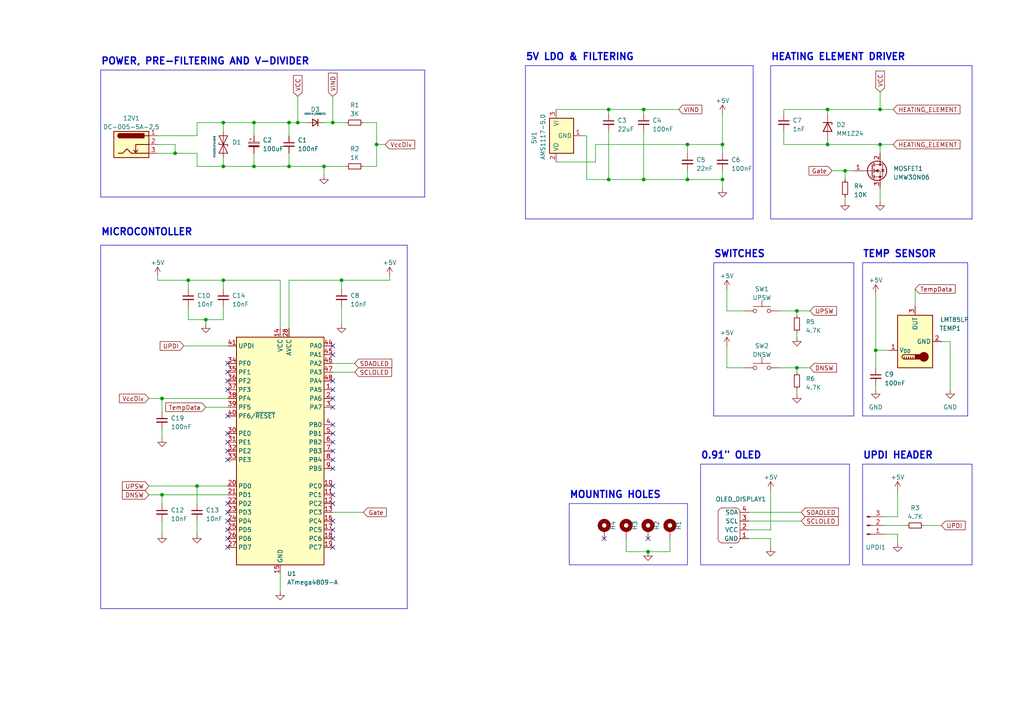
<source format=kicad_sch>
(kicad_sch (version 20230121) (generator eeschema)
  (paper "A4")
  (lib_symbols
    (symbol "Connector:0.91_OLED_DISPLAY"
      (property "Reference" "U" (at 0 0 0))
      (symbol "0.91_OLED_DISPLAY_0_1"
        (arc (start -3.81 -10.16) (mid -3.438 -11.058) (end -2.54 -11.43))
        (arc (start -2.54 -1.27) (mid -3.438 -1.642) (end -3.81 -2.54))
        (polyline (pts (xy -3.81 -2.54) (xy -3.81 -10.16)))
        (polyline (pts (xy -2.54 -11.43) (xy 1.27 -11.43)))
        (polyline (pts (xy -2.54 -1.27) (xy 1.27 -1.27)))
        (polyline (pts (xy 2.54 -2.54) (xy 2.54 -10.16)))
        (arc (start 1.27 -11.43) (mid 2.168 -11.058) (end 2.54 -10.16))
        (arc (start 2.54 -2.54) (mid 2.168 -1.642) (end 1.27 -1.27))
      )
      (symbol "0.91_OLED_DISPLAY_1_1"
        (pin input line (at 5.08 -2.54 180) (length 2.54) (name "GND") (number "1"))
        (pin input line (at 5.08 -5.08 180) (length 2.54) (name "VCC") (number "2"))
        (pin input line (at 5.08 -7.62 180) (length 2.54) (name "SCL") (number "3"))
        (pin input line (at 5.08 -10.16 180) (length 2.54) (name "SDA") (number "4"))
      )
    )
    (symbol "Connector:Barrel_Jack_Switch_Pin3Ring" (pin_names hide)
      (property "Reference" "J" (at 0 5.334 0))
      (property "Value" "Barrel_Jack_Switch_Pin3Ring" (at 0 -5.08 0))
      (symbol "Barrel_Jack_Switch_Pin3Ring_0_1"
        (rectangle (start -5.08 3.81) (end 5.08 -3.81) (stroke (width 0.254)) (fill (type background)))
        (arc (start -3.302 3.175) (mid -3.9343 2.54) (end -3.302 1.905) (stroke (width 0.254)))
        (arc (start -3.302 3.175) (mid -3.9343 2.54) (end -3.302 1.905) (stroke (width 0.254)) (fill (type outline)))
        (polyline (pts (xy 1.27 -2.286) (xy 1.905 -1.651)) (stroke (width 0.254)))
        (polyline (pts (xy 5.08 2.54) (xy 3.81 2.54)) (stroke (width 0.254)))
        (polyline (pts (xy 5.08 0) (xy 1.27 0) (xy 1.27 -2.286) (xy 0.635 -1.651)) (stroke (width 0.254)))
        (polyline (pts (xy -3.81 -2.54) (xy -2.54 -2.54) (xy -1.27 -1.27) (xy 0 -2.54) (xy 2.54 -2.54) (xy 5.08 -2.54)) (stroke (width 0.254)))
        (rectangle (start 3.683 3.175) (end -3.302 1.905) (stroke (width 0.254)) (fill (type outline)))
      )
      (symbol "Barrel_Jack_Switch_Pin3Ring_1_1"
        (pin passive line (at 7.62 2.54 180) (length 2.54) (name "~") (number "1"))
        (pin passive line (at 7.62 0 180) (length 2.54) (name "~") (number "2"))
        (pin passive line (at 7.62 -2.54 180) (length 2.54) (name "~") (number "3"))
      )
    )
    (symbol "Connector:Conn_01x03_Pin" (pin_names (offset 1.016) hide)
      (property "Reference" "J" (at 0 5.08 0))
      (property "Value" "Conn_01x03_Pin" (at 0 -5.08 0))
      (symbol "Conn_01x03_Pin_1_1"
        (polyline (pts (xy 1.27 -2.54) (xy 0.8636 -2.54)) (stroke (width 0.1524)))
        (polyline (pts (xy 1.27 0) (xy 0.8636 0)) (stroke (width 0.1524)))
        (polyline (pts (xy 1.27 2.54) (xy 0.8636 2.54)) (stroke (width 0.1524)))
        (rectangle (start 0.8636 -2.413) (end 0 -2.667) (stroke (width 0.1524)) (fill (type outline)))
        (rectangle (start 0.8636 0.127) (end 0 -0.127) (stroke (width 0.1524)) (fill (type outline)))
        (rectangle (start 0.8636 2.667) (end 0 2.413) (stroke (width 0.1524)) (fill (type outline)))
        (pin passive line (at 5.08 2.54 180) (length 3.81) (name "Pin_1") (number "1"))
        (pin passive line (at 5.08 0 180) (length 3.81) (name "Pin_2") (number "2"))
        (pin passive line (at 5.08 -2.54 180) (length 3.81) (name "Pin_3") (number "3"))
      )
    )
    (symbol "Device:C_Polarized_Small" (pin_numbers hide) (pin_names (offset 0.254) hide)
      (property "Reference" "C" (at 0.254 1.778 0))
      (property "Value" "C_Polarized_Small" (at 0.254 -2.032 0))
      (symbol "C_Polarized_Small_0_1"
        (rectangle (start -1.524 -0.3048) (end 1.524 -0.6858) (fill (type outline)))
        (rectangle (start -1.524 0.6858) (end 1.524 0.3048))
        (polyline (pts (xy -1.27 1.524) (xy -0.762 1.524)))
        (polyline (pts (xy -1.016 1.27) (xy -1.016 1.778)))
      )
      (symbol "C_Polarized_Small_1_1"
        (pin passive line (at 0 2.54 270) (length 1.8542) (name "~") (number "1"))
        (pin passive line (at 0 -2.54 90) (length 1.8542) (name "~") (number "2"))
      )
    )
    (symbol "Device:C_Small" (pin_numbers hide) (pin_names (offset 0.254) hide)
      (property "Reference" "C" (at 0.254 1.778 0))
      (property "Value" "C_Small" (at 0.254 -2.032 0))
      (symbol "C_Small_0_1"
        (polyline (pts (xy -1.524 -0.508) (xy 1.524 -0.508)) (stroke (width 0.3302)))
        (polyline (pts (xy -1.524 0.508) (xy 1.524 0.508)) (stroke (width 0.3048)))
      )
      (symbol "C_Small_1_1"
        (pin passive line (at 0 2.54 270) (length 2.032) (name "~") (number "1"))
        (pin passive line (at 0 -2.54 90) (length 2.032) (name "~") (number "2"))
      )
    )
    (symbol "Device:D_Small" (pin_numbers hide) (pin_names (offset 0.254) hide)
      (property "Reference" "D" (at -1.27 2.032 0))
      (property "Value" "D_Small" (at -3.81 -2.032 0))
      (symbol "D_Small_0_1"
        (polyline (pts (xy -0.762 -1.016) (xy -0.762 1.016)) (stroke (width 0.254)))
        (polyline (pts (xy -0.762 0) (xy 0.762 0)))
        (polyline (pts (xy 0.762 -1.016) (xy -0.762 0) (xy 0.762 1.016) (xy 0.762 -1.016)) (stroke (width 0.254)))
      )
      (symbol "D_Small_1_1"
        (pin passive line (at -2.54 0 0) (length 1.778) (name "K") (number "1"))
        (pin passive line (at 2.54 0 180) (length 1.778) (name "A") (number "2"))
      )
    )
    (symbol "Device:D_Zener" (pin_numbers hide) (pin_names (offset 1.016) hide)
      (property "Reference" "D" (at 0 2.54 0))
      (property "Value" "D_Zener" (at 0 -2.54 0))
      (symbol "D_Zener_0_1"
        (polyline (pts (xy 1.27 0) (xy -1.27 0)))
        (polyline (pts (xy -1.27 -1.27) (xy -1.27 1.27) (xy -0.762 1.27)) (stroke (width 0.254)))
        (polyline (pts (xy 1.27 -1.27) (xy 1.27 1.27) (xy -1.27 0) (xy 1.27 -1.27)) (stroke (width 0.254)))
      )
      (symbol "D_Zener_1_1"
        (pin passive line (at -3.81 0 0) (length 2.54) (name "K") (number "1"))
        (pin passive line (at 3.81 0 180) (length 2.54) (name "A") (number "2"))
      )
    )
    (symbol "Device:R_Small" (pin_numbers hide) (pin_names (offset 0.254) hide)
      (property "Reference" "R" (at 0.762 0.508 0))
      (property "Value" "R_Small" (at 0.762 -1.016 0))
      (symbol "R_Small_0_1"
        (rectangle (start -0.762 1.778) (end 0.762 -1.778) (stroke (width 0.2032)))
      )
      (symbol "R_Small_1_1"
        (pin passive line (at 0 2.54 270) (length 0.762) (name "~") (number "1"))
        (pin passive line (at 0 -2.54 90) (length 0.762) (name "~") (number "2"))
      )
    )
    (symbol "Diode:ESD9B3.3ST5G" (pin_numbers hide) (pin_names (offset 1.016) hide)
      (property "Reference" "D" (at 0 2.54 0))
      (property "Value" "ESD9B3.3ST5G" (at 0 -2.54 0))
      (symbol "ESD9B3.3ST5G_0_1"
        (polyline (pts (xy 1.27 0) (xy -1.27 0)))
        (polyline (pts (xy -2.54 -1.27) (xy 0 0) (xy -2.54 1.27) (xy -2.54 -1.27)) (stroke (width 0.2032)))
        (polyline (pts (xy 0.508 1.27) (xy 0 1.27) (xy 0 -1.27) (xy -0.508 -1.27)) (stroke (width 0.2032)))
        (polyline (pts (xy 2.54 1.27) (xy 2.54 -1.27) (xy 0 0) (xy 2.54 1.27)) (stroke (width 0.2032)))
      )
      (symbol "ESD9B3.3ST5G_1_1"
        (pin passive line (at -3.81 0 0) (length 2.54) (name "A1") (number "1"))
        (pin passive line (at 3.81 0 180) (length 2.54) (name "A2") (number "2"))
      )
    )
    (symbol "MCU_Microchip_ATmega:ATmega4809-A"
      (property "Reference" "U" (at -12.7 34.29 0))
      (property "Value" "ATmega4809-A" (at 2.54 -34.29 0))
      (symbol "ATmega4809-A_0_1"
        (rectangle (start -12.7 -33.02) (end 12.7 33.02) (stroke (width 0.254)) (fill (type background)))
      )
      (symbol "ATmega4809-A_1_1"
        (pin bidirectional line (at 15.24 17.78 180) (length 2.54) (name "PA5") (number "1"))
        (pin bidirectional line (at 15.24 -10.16 180) (length 2.54) (name "PC0") (number "10"))
        (pin bidirectional line (at 15.24 -12.7 180) (length 2.54) (name "PC1") (number "11"))
        (pin bidirectional line (at 15.24 -15.24 180) (length 2.54) (name "PC2") (number "12"))
        (pin bidirectional line (at 15.24 -17.78 180) (length 2.54) (name "PC3") (number "13"))
        (pin power_in line (at 0 35.56 270) (length 2.54) (name "VCC") (number "14"))
        (pin power_in line (at 0 -35.56 90) (length 2.54) (name "GND") (number "15"))
        (pin bidirectional line (at 15.24 -20.32 180) (length 2.54) (name "PC4") (number "16"))
        (pin bidirectional line (at 15.24 -22.86 180) (length 2.54) (name "PC5") (number "17"))
        (pin bidirectional line (at 15.24 -25.4 180) (length 2.54) (name "PC6") (number "18"))
        (pin bidirectional line (at 15.24 -27.94 180) (length 2.54) (name "PC7") (number "19"))
        (pin bidirectional line (at 15.24 15.24 180) (length 2.54) (name "PA6") (number "2"))
        (pin bidirectional line (at -15.24 -10.16 0) (length 2.54) (name "PD0") (number "20"))
        (pin bidirectional line (at -15.24 -12.7 0) (length 2.54) (name "PD1") (number "21"))
        (pin bidirectional line (at -15.24 -15.24 0) (length 2.54) (name "PD2") (number "22"))
        (pin bidirectional line (at -15.24 -17.78 0) (length 2.54) (name "PD3") (number "23"))
        (pin bidirectional line (at -15.24 -20.32 0) (length 2.54) (name "PD4") (number "24"))
        (pin bidirectional line (at -15.24 -22.86 0) (length 2.54) (name "PD5") (number "25"))
        (pin bidirectional line (at -15.24 -25.4 0) (length 2.54) (name "PD6") (number "26"))
        (pin bidirectional line (at -15.24 -27.94 0) (length 2.54) (name "PD7") (number "27"))
        (pin power_in line (at 2.54 35.56 270) (length 2.54) (name "AVCC") (number "28"))
        (pin passive line (at 0 -35.56 90) (length 2.54) hide (name "GND") (number "29"))
        (pin bidirectional line (at 15.24 12.7 180) (length 2.54) (name "PA7") (number "3"))
        (pin bidirectional line (at -15.24 5.08 0) (length 2.54) (name "PE0") (number "30"))
        (pin bidirectional line (at -15.24 2.54 0) (length 2.54) (name "PE1") (number "31"))
        (pin bidirectional line (at -15.24 0 0) (length 2.54) (name "PE2") (number "32"))
        (pin bidirectional line (at -15.24 -2.54 0) (length 2.54) (name "PE3") (number "33"))
        (pin bidirectional line (at -15.24 25.4 0) (length 2.54) (name "PF0") (number "34"))
        (pin bidirectional line (at -15.24 22.86 0) (length 2.54) (name "PF1") (number "35"))
        (pin bidirectional line (at -15.24 20.32 0) (length 2.54) (name "PF2") (number "36"))
        (pin bidirectional line (at -15.24 17.78 0) (length 2.54) (name "PF3") (number "37"))
        (pin bidirectional line (at -15.24 15.24 0) (length 2.54) (name "PF4") (number "38"))
        (pin bidirectional line (at -15.24 12.7 0) (length 2.54) (name "PF5") (number "39"))
        (pin bidirectional line (at 15.24 7.62 180) (length 2.54) (name "PB0") (number "4"))
        (pin bidirectional line (at -15.24 10.16 0) (length 2.54) (name "PF6/~{RESET}") (number "40"))
        (pin bidirectional line (at -15.24 30.48 0) (length 2.54) (name "UPDI") (number "41"))
        (pin passive line (at 0 35.56 270) (length 2.54) hide (name "VCC") (number "42"))
        (pin passive line (at 0 -35.56 90) (length 2.54) hide (name "GND") (number "43"))
        (pin bidirectional line (at 15.24 30.48 180) (length 2.54) (name "PA0") (number "44"))
        (pin bidirectional line (at 15.24 27.94 180) (length 2.54) (name "PA1") (number "45"))
        (pin bidirectional line (at 15.24 25.4 180) (length 2.54) (name "PA2") (number "46"))
        (pin bidirectional line (at 15.24 22.86 180) (length 2.54) (name "PA3") (number "47"))
        (pin bidirectional line (at 15.24 20.32 180) (length 2.54) (name "PA4") (number "48"))
        (pin bidirectional line (at 15.24 5.08 180) (length 2.54) (name "PB1") (number "5"))
        (pin bidirectional line (at 15.24 2.54 180) (length 2.54) (name "PB2") (number "6"))
        (pin bidirectional line (at 15.24 0 180) (length 2.54) (name "PB3") (number "7"))
        (pin bidirectional line (at 15.24 -2.54 180) (length 2.54) (name "PB4") (number "8"))
        (pin bidirectional line (at 15.24 -5.08 180) (length 2.54) (name "PB5") (number "9"))
      )
    )
    (symbol "Mechanical:MountingHole_Pad" (pin_numbers hide) (pin_names (offset 1.016) hide)
      (property "Reference" "H" (at 0 6.35 0))
      (property "Value" "MountingHole_Pad" (at 0 4.445 0))
      (symbol "MountingHole_Pad_0_1"
        (circle (center 0 1.27) (radius 1.27) (stroke (width 1.27)))
      )
      (symbol "MountingHole_Pad_1_1"
        (pin input line (at 0 -2.54 90) (length 2.54) (name "1") (number "1"))
      )
    )
    (symbol "Regulator_Linear:AMS1117-5.0"
      (property "Reference" "U" (at -3.81 3.175 0))
      (property "Value" "AMS1117-5.0" (at 0 3.175 0))
      (symbol "AMS1117-5.0_0_1"
        (rectangle (start -5.08 -5.08) (end 5.08 1.905) (stroke (width 0.254)) (fill (type background)))
      )
      (symbol "AMS1117-5.0_1_1"
        (pin power_in line (at 0 -7.62 90) (length 2.54) (name "GND") (number "1"))
        (pin power_out line (at 7.62 0 180) (length 2.54) (name "VO") (number "2"))
        (pin power_in line (at -7.62 0 0) (length 2.54) (name "VI") (number "3"))
      )
    )
    (symbol "Sensor_Temperature:LMT85DCK"
      (property "Reference" "TEMP1" (at 0 -10.16 90))
      (property "Value" "LMT85LP" (at 0 -12.7 90))
      (symbol "LMT85DCK_0_1"
        (rectangle (start -7.62 5.08) (end 7.62 -5.08) (stroke (width 0.254)) (fill (type background)))
        (circle (center -4.445 -2.54) (radius 1.27) (stroke (width 0.254)) (fill (type outline)))
        (rectangle (start -3.81 -1.905) (end -5.08 0) (stroke (width 0.254)) (fill (type outline)))
        (arc (start -3.81 3.175) (mid -4.445 3.8073) (end -5.08 3.175) (stroke (width 0.254)))
        (polyline (pts (xy -5.08 0.635) (xy -4.445 0.635)) (stroke (width 0.254)))
        (polyline (pts (xy -5.08 1.27) (xy -4.445 1.27)) (stroke (width 0.254)))
        (polyline (pts (xy -5.08 1.905) (xy -4.445 1.905)) (stroke (width 0.254)))
        (polyline (pts (xy -5.08 2.54) (xy -4.445 2.54)) (stroke (width 0.254)))
        (polyline (pts (xy -5.08 3.175) (xy -5.08 0)) (stroke (width 0.254)))
        (polyline (pts (xy -5.08 3.175) (xy -4.445 3.175)) (stroke (width 0.254)))
        (polyline (pts (xy -3.81 3.175) (xy -3.81 0)) (stroke (width 0.254)))
      )
      (symbol "LMT85DCK_1_1"
        (pin power_in line (at -2.54 7.62 270) (length 2.54) (name "V_{DD}") (number "1"))
        (pin power_in line (at 0 -7.62 90) (length 2.54) (name "GND") (number "2"))
        (pin output line (at 10.16 0 180) (length 2.54) (name "OUT") (number "3"))
      )
    )
    (symbol "Switch:SW_Push" (pin_numbers hide) (pin_names (offset 1.016) hide)
      (property "Reference" "SW" (at 1.27 2.54 0))
      (property "Value" "SW_Push" (at 0 -1.524 0))
      (symbol "SW_Push_0_1"
        (circle (center -2.032 0) (radius 0.508))
        (polyline (pts (xy 0 1.27) (xy 0 3.048)))
        (polyline (pts (xy 2.54 1.27) (xy -2.54 1.27)))
        (circle (center 2.032 0) (radius 0.508))
        (pin passive line (at -5.08 0 0) (length 2.54) (name "1") (number "1"))
        (pin passive line (at 5.08 0 180) (length 2.54) (name "2") (number "2"))
      )
    )
    (symbol "Transistor_FET:BSC13DN30NSFD" (pin_names hide)
      (property "Reference" "MOSFET1" (at 6.35 0.635 0))
      (property "Value" "UMW30N06" (at 6.35 -1.905 0))
      (symbol "BSC13DN30NSFD_0_1"
        (polyline (pts (xy 0.254 0) (xy -2.54 0)))
        (polyline (pts (xy 0.254 1.905) (xy 0.254 -1.905)) (stroke (width 0.254)))
        (polyline (pts (xy 0.762 -1.27) (xy 0.762 -2.286)) (stroke (width 0.254)))
        (polyline (pts (xy 0.762 0.508) (xy 0.762 -0.508)) (stroke (width 0.254)))
        (polyline (pts (xy 0.762 2.286) (xy 0.762 1.27)) (stroke (width 0.254)))
        (polyline (pts (xy 2.54 2.54) (xy 2.54 1.778)))
        (polyline (pts (xy 2.54 -2.54) (xy 2.54 0) (xy 0.762 0)))
        (polyline (pts (xy 0.762 -1.778) (xy 3.302 -1.778) (xy 3.302 1.778) (xy 0.762 1.778)))
        (polyline (pts (xy 1.016 0) (xy 2.032 0.381) (xy 2.032 -0.381) (xy 1.016 0)) (fill (type outline)))
        (polyline (pts (xy 2.794 0.508) (xy 2.921 0.381) (xy 3.683 0.381) (xy 3.81 0.254)))
        (polyline (pts (xy 3.302 0.381) (xy 2.921 -0.254) (xy 3.683 -0.254) (xy 3.302 0.381)))
        (circle (center 1.651 0) (radius 2.794) (stroke (width 0.254)))
        (circle (center 2.54 -1.778) (radius 0.254) (fill (type outline)))
        (circle (center 2.54 1.778) (radius 0.254) (fill (type outline)))
      )
      (symbol "BSC13DN30NSFD_1_1"
        (pin passive line (at -5.08 0 0) (length 2.54) (name "G") (number "1"))
        (pin passive line (at 2.54 5.08 270) (length 2.54) (name "D") (number "2"))
        (pin passive line (at 2.54 -5.08 90) (length 2.54) (name "S") (number "3"))
      )
    )
    (symbol "power:+5V" (power) (pin_names (offset 0))
      (property "Value" "+5V" (at 0 3.556 0))
      (symbol "+5V_0_1"
        (polyline (pts (xy -0.762 1.27) (xy 0 2.54)))
        (polyline (pts (xy 0 0) (xy 0 2.54)))
        (polyline (pts (xy 0 2.54) (xy 0.762 1.27)))
      )
      (symbol "+5V_1_1"
        (pin power_in line (at 0 0 90) (length 0) hide (name "+5V") (number "1"))
      )
    )
    (symbol "power:GND" (power) (pin_names (offset 0))
      (property "Value" "GND" (at 0 -3.81 0))
      (symbol "GND_0_1"
        (polyline (pts (xy 0 0) (xy 0 -1.27) (xy 1.27 -1.27) (xy 0 -2.54) (xy -1.27 -1.27) (xy 0 -1.27)))
      )
      (symbol "GND_1_1"
        (pin power_in line (at 0 0 270) (length 0) hide (name "GND") (number "1"))
      )
    )
  )
  (junction (at 186.69 52.07))
  (junction (at 83.82 48.26))
  (junction (at 254 101.6))
  (junction (at 59.69 92.71))
  (junction (at 231.14 90.17))
  (junction (at 176.53 31.75))
  (junction (at 187.96 160.02))
  (junction (at 93.98 48.26))
  (junction (at 176.53 52.07))
  (junction (at 46.99 143.51))
  (junction (at 186.69 31.75))
  (junction (at 209.55 52.07))
  (junction (at 255.27 31.75))
  (junction (at 231.14 106.68))
  (junction (at 199.39 41.91))
  (junction (at 199.39 52.07))
  (junction (at 83.82 35.56))
  (junction (at 46.99 115.57))
  (junction (at 54.61 81.28))
  (junction (at 73.66 35.56))
  (junction (at 86.36 35.56))
  (junction (at 240.03 31.75))
  (junction (at 73.66 48.26))
  (junction (at 50.8 44.45))
  (junction (at 57.15 140.97))
  (junction (at 209.55 41.91))
  (junction (at 109.22 41.91))
  (junction (at 240.03 41.91))
  (junction (at 255.27 41.91))
  (junction (at 64.77 35.56))
  (junction (at 96.52 35.56))
  (junction (at 245.11 49.53))
  (junction (at 99.06 81.28))
  (junction (at 64.77 81.28))
  (junction (at 64.77 48.26))
  (no_connect (at 96.52 100.33))
  (no_connect (at 66.04 156.21))
  (no_connect (at 175.26 156.21))
  (no_connect (at 96.52 140.97))
  (no_connect (at 66.04 125.73))
  (no_connect (at 96.52 158.75))
  (no_connect (at 96.52 153.67))
  (no_connect (at 66.04 107.95))
  (no_connect (at 96.52 110.49))
  (no_connect (at 66.04 105.41))
  (no_connect (at 96.52 123.19))
  (no_connect (at 96.52 143.51))
  (no_connect (at 96.52 113.03))
  (no_connect (at 96.52 130.81))
  (no_connect (at 96.52 118.11))
  (no_connect (at 96.52 133.35))
  (no_connect (at 96.52 125.73))
  (no_connect (at 96.52 135.89))
  (no_connect (at 96.52 156.21))
  (no_connect (at 96.52 151.13))
  (no_connect (at 96.52 115.57))
  (no_connect (at 66.04 133.35))
  (no_connect (at 66.04 153.67))
  (no_connect (at 66.04 110.49))
  (no_connect (at 187.96 156.21))
  (no_connect (at 96.52 146.05))
  (no_connect (at 66.04 113.03))
  (no_connect (at 66.04 151.13))
  (no_connect (at 66.04 158.75))
  (no_connect (at 66.04 148.59))
  (no_connect (at 66.04 146.05))
  (no_connect (at 66.04 128.27))
  (no_connect (at 66.04 120.65))
  (no_connect (at 96.52 128.27))
  (no_connect (at 66.04 130.81))
  (no_connect (at 96.52 102.87))
  (wire (pts (xy 217.17 156.21) (xy 223.52 156.21)))
  (wire (pts (xy 83.82 35.56) (xy 83.82 39.37)))
  (wire (pts (xy 73.66 35.56) (xy 73.66 39.37)))
  (wire (pts (xy 93.98 48.26) (xy 93.98 50.8)))
  (wire (pts (xy 46.99 124.46) (xy 46.99 127)))
  (wire (pts (xy 254 111.76) (xy 254 113.03)))
  (wire (pts (xy 57.15 48.26) (xy 64.77 48.26)))
  (wire (pts (xy 260.35 149.86) (xy 256.54 149.86)))
  (wire (pts (xy 59.69 92.71) (xy 54.61 92.71)))
  (wire (pts (xy 240.03 31.75) (xy 227.33 31.75)))
  (wire (pts (xy 57.15 44.45) (xy 57.15 48.26)))
  (wire (pts (xy 64.77 35.56) (xy 64.77 38.1)))
  (wire (pts (xy 256.54 154.94) (xy 260.35 154.94)))
  (wire (pts (xy 96.52 148.59) (xy 105.41 148.59)))
  (wire (pts (xy 227.33 38.1) (xy 227.33 41.91)))
  (polyline (pts (xy 247.65 76.2) (xy 207.01 76.2)))
  (wire (pts (xy 172.72 41.91) (xy 199.39 41.91)))
  (polyline (pts (xy 199.39 146.05) (xy 199.39 163.83)))
  (wire (pts (xy 209.55 52.07) (xy 209.55 54.61)))
  (wire (pts (xy 46.99 151.13) (xy 46.99 154.94)))
  (wire (pts (xy 64.77 92.71) (xy 59.69 92.71)))
  (wire (pts (xy 59.69 92.71) (xy 59.69 93.98)))
  (wire (pts (xy 99.06 81.28) (xy 113.03 81.28)))
  (wire (pts (xy 83.82 44.45) (xy 83.82 48.26)))
  (wire (pts (xy 73.66 44.45) (xy 73.66 48.26)))
  (wire (pts (xy 53.34 100.33) (xy 66.04 100.33)))
  (wire (pts (xy 96.52 27.94) (xy 96.52 35.56)))
  (wire (pts (xy 186.69 38.1) (xy 186.69 52.07)))
  (polyline (pts (xy 223.52 19.05) (xy 281.94 19.05)))
  (wire (pts (xy 194.31 156.21) (xy 194.31 160.02)))
  (wire (pts (xy 109.22 48.26) (xy 105.41 48.26)))
  (wire (pts (xy 50.8 44.45) (xy 57.15 44.45)))
  (wire (pts (xy 57.15 35.56) (xy 64.77 35.56)))
  (wire (pts (xy 245.11 49.53) (xy 245.11 52.07)))
  (wire (pts (xy 64.77 45.72) (xy 64.77 48.26)))
  (wire (pts (xy 83.82 35.56) (xy 86.36 35.56)))
  (wire (pts (xy 240.03 31.75) (xy 240.03 33.02)))
  (wire (pts (xy 45.72 80.01) (xy 45.72 81.28)))
  (wire (pts (xy 73.66 48.26) (xy 83.82 48.26)))
  (wire (pts (xy 170.18 39.37) (xy 170.18 52.07)))
  (polyline (pts (xy 118.11 176.53) (xy 29.21 176.53)))
  (polyline (pts (xy 247.65 120.65) (xy 247.65 76.2)))
  (wire (pts (xy 231.14 96.52) (xy 231.14 97.79)))
  (wire (pts (xy 54.61 81.28) (xy 54.61 83.82)))
  (wire (pts (xy 86.36 27.94) (xy 86.36 35.56)))
  (wire (pts (xy 186.69 52.07) (xy 199.39 52.07)))
  (wire (pts (xy 109.22 35.56) (xy 109.22 41.91)))
  (wire (pts (xy 210.82 106.68) (xy 215.9 106.68)))
  (wire (pts (xy 231.14 90.17) (xy 234.95 90.17)))
  (polyline (pts (xy 218.44 63.5) (xy 152.4 63.5)))
  (wire (pts (xy 96.52 35.56) (xy 100.33 35.56)))
  (polyline (pts (xy 123.19 20.32) (xy 29.21 20.32)))
  (wire (pts (xy 64.77 88.9) (xy 64.77 92.71)))
  (polyline (pts (xy 203.2 163.83) (xy 203.2 134.62)))
  (wire (pts (xy 260.35 142.24) (xy 260.35 149.86)))
  (wire (pts (xy 199.39 49.53) (xy 199.39 52.07)))
  (polyline (pts (xy 280.67 76.2) (xy 280.67 120.65)))
  (polyline (pts (xy 152.4 63.5) (xy 152.4 19.05)))
  (wire (pts (xy 57.15 35.56) (xy 57.15 39.37)))
  (polyline (pts (xy 29.21 71.12) (xy 33.02 71.12)))
  (wire (pts (xy 245.11 57.15) (xy 245.11 58.42)))
  (wire (pts (xy 241.3 49.53) (xy 245.11 49.53)))
  (polyline (pts (xy 250.19 120.65) (xy 250.19 76.2)))
  (wire (pts (xy 73.66 35.56) (xy 83.82 35.56)))
  (wire (pts (xy 240.03 41.91) (xy 255.27 41.91)))
  (wire (pts (xy 255.27 31.75) (xy 240.03 31.75)))
  (wire (pts (xy 59.69 118.11) (xy 66.04 118.11)))
  (wire (pts (xy 64.77 35.56) (xy 73.66 35.56)))
  (polyline (pts (xy 199.39 146.05) (xy 165.1 146.05)))
  (wire (pts (xy 45.72 81.28) (xy 54.61 81.28)))
  (polyline (pts (xy 33.02 71.12) (xy 118.11 71.12)))
  (polyline (pts (xy 199.39 163.83) (xy 165.1 163.83)))
  (wire (pts (xy 45.72 41.91) (xy 50.8 41.91)))
  (wire (pts (xy 109.22 41.91) (xy 111.76 41.91)))
  (wire (pts (xy 265.43 83.82) (xy 265.43 88.9)))
  (wire (pts (xy 231.14 113.03) (xy 231.14 114.3)))
  (wire (pts (xy 181.61 156.21) (xy 181.61 160.02)))
  (polyline (pts (xy 250.19 134.62) (xy 281.94 134.62)))
  (wire (pts (xy 187.96 160.02) (xy 181.61 160.02)))
  (polyline (pts (xy 250.19 163.83) (xy 281.94 163.83)))
  (wire (pts (xy 209.55 41.91) (xy 209.55 44.45)))
  (wire (pts (xy 231.14 106.68) (xy 234.95 106.68)))
  (wire (pts (xy 54.61 88.9) (xy 54.61 92.71)))
  (wire (pts (xy 217.17 148.59) (xy 232.41 148.59)))
  (wire (pts (xy 254 101.6) (xy 254 106.68)))
  (polyline (pts (xy 123.19 57.15) (xy 123.19 20.32)))
  (wire (pts (xy 210.82 90.17) (xy 215.9 90.17)))
  (polyline (pts (xy 281.94 19.05) (xy 281.94 63.5)))
  (wire (pts (xy 46.99 143.51) (xy 66.04 143.51)))
  (wire (pts (xy 83.82 48.26) (xy 93.98 48.26)))
  (wire (pts (xy 257.81 101.6) (xy 254 101.6)))
  (wire (pts (xy 43.18 143.51) (xy 46.99 143.51)))
  (wire (pts (xy 245.11 49.53) (xy 247.65 49.53)))
  (wire (pts (xy 64.77 81.28) (xy 81.28 81.28)))
  (wire (pts (xy 199.39 52.07) (xy 209.55 52.07)))
  (wire (pts (xy 170.18 52.07) (xy 176.53 52.07)))
  (wire (pts (xy 64.77 81.28) (xy 54.61 81.28)))
  (wire (pts (xy 45.72 44.45) (xy 50.8 44.45)))
  (polyline (pts (xy 281.94 163.83) (xy 281.94 134.62)))
  (wire (pts (xy 209.55 33.02) (xy 209.55 41.91)))
  (wire (pts (xy 46.99 143.51) (xy 46.99 146.05)))
  (wire (pts (xy 231.14 106.68) (xy 231.14 107.95)))
  (wire (pts (xy 43.18 115.57) (xy 46.99 115.57)))
  (wire (pts (xy 227.33 41.91) (xy 240.03 41.91)))
  (wire (pts (xy 226.06 90.17) (xy 231.14 90.17)))
  (wire (pts (xy 161.29 31.75) (xy 176.53 31.75)))
  (wire (pts (xy 168.91 39.37) (xy 170.18 39.37)))
  (wire (pts (xy 64.77 48.26) (xy 73.66 48.26)))
  (wire (pts (xy 57.15 140.97) (xy 66.04 140.97)))
  (wire (pts (xy 86.36 35.56) (xy 88.9 35.56)))
  (wire (pts (xy 46.99 115.57) (xy 46.99 119.38)))
  (wire (pts (xy 226.06 106.68) (xy 231.14 106.68)))
  (wire (pts (xy 223.52 153.67) (xy 223.52 142.24)))
  (wire (pts (xy 254 85.09) (xy 254 101.6)))
  (polyline (pts (xy 29.21 176.53) (xy 29.21 71.12)))
  (wire (pts (xy 186.69 31.75) (xy 186.69 33.02)))
  (polyline (pts (xy 223.52 19.05) (xy 223.52 63.5)))
  (wire (pts (xy 161.29 46.99) (xy 172.72 46.99)))
  (wire (pts (xy 255.27 41.91) (xy 255.27 44.45)))
  (wire (pts (xy 223.52 156.21) (xy 223.52 158.75)))
  (wire (pts (xy 50.8 41.91) (xy 50.8 44.45)))
  (wire (pts (xy 99.06 88.9) (xy 99.06 93.98)))
  (wire (pts (xy 256.54 152.4) (xy 262.89 152.4)))
  (wire (pts (xy 109.22 41.91) (xy 109.22 48.26)))
  (wire (pts (xy 43.18 140.97) (xy 57.15 140.97)))
  (wire (pts (xy 93.98 48.26) (xy 100.33 48.26)))
  (wire (pts (xy 255.27 31.75) (xy 259.08 31.75)))
  (wire (pts (xy 113.03 81.28) (xy 113.03 80.01)))
  (wire (pts (xy 176.53 38.1) (xy 176.53 52.07)))
  (polyline (pts (xy 246.38 163.83) (xy 203.2 163.83)))
  (wire (pts (xy 176.53 31.75) (xy 186.69 31.75)))
  (polyline (pts (xy 280.67 120.65) (xy 250.19 120.65)))
  (wire (pts (xy 64.77 81.28) (xy 64.77 83.82)))
  (wire (pts (xy 275.59 99.06) (xy 275.59 113.03)))
  (polyline (pts (xy 207.01 120.65) (xy 247.65 120.65)))
  (wire (pts (xy 199.39 41.91) (xy 209.55 41.91)))
  (wire (pts (xy 255.27 26.67) (xy 255.27 31.75)))
  (wire (pts (xy 99.06 81.28) (xy 99.06 83.82)))
  (polyline (pts (xy 246.38 134.62) (xy 246.38 138.43)))
  (wire (pts (xy 240.03 40.64) (xy 240.03 41.91)))
  (wire (pts (xy 96.52 107.95) (xy 102.87 107.95)))
  (wire (pts (xy 210.82 90.17) (xy 210.82 83.82)))
  (wire (pts (xy 105.41 35.56) (xy 109.22 35.56)))
  (wire (pts (xy 81.28 166.37) (xy 81.28 171.45)))
  (wire (pts (xy 273.05 99.06) (xy 275.59 99.06)))
  (polyline (pts (xy 203.2 134.62) (xy 246.38 134.62)))
  (polyline (pts (xy 246.38 138.43) (xy 246.38 163.83)))
  (wire (pts (xy 217.17 151.13) (xy 232.41 151.13)))
  (polyline (pts (xy 29.21 57.15) (xy 123.19 57.15)))
  (wire (pts (xy 57.15 151.13) (xy 57.15 154.94)))
  (wire (pts (xy 93.98 35.56) (xy 96.52 35.56)))
  (wire (pts (xy 57.15 140.97) (xy 57.15 146.05)))
  (polyline (pts (xy 118.11 71.12) (xy 118.11 176.53)))
  (polyline (pts (xy 152.4 19.05) (xy 218.44 19.05)))
  (wire (pts (xy 194.31 160.02) (xy 187.96 160.02)))
  (wire (pts (xy 255.27 54.61) (xy 255.27 58.42)))
  (wire (pts (xy 231.14 90.17) (xy 231.14 91.44)))
  (wire (pts (xy 217.17 153.67) (xy 223.52 153.67)))
  (wire (pts (xy 46.99 115.57) (xy 66.04 115.57)))
  (wire (pts (xy 255.27 41.91) (xy 259.08 41.91)))
  (wire (pts (xy 210.82 106.68) (xy 210.82 100.33)))
  (polyline (pts (xy 218.44 19.05) (xy 218.44 63.5)))
  (wire (pts (xy 96.52 105.41) (xy 102.87 105.41)))
  (wire (pts (xy 260.35 154.94) (xy 260.35 157.48)))
  (wire (pts (xy 227.33 31.75) (xy 227.33 33.02)))
  (wire (pts (xy 172.72 46.99) (xy 172.72 41.91)))
  (wire (pts (xy 176.53 31.75) (xy 176.53 33.02)))
  (wire (pts (xy 83.82 81.28) (xy 83.82 95.25)))
  (polyline (pts (xy 250.19 76.2) (xy 280.67 76.2)))
  (wire (pts (xy 267.97 152.4) (xy 273.05 152.4)))
  (wire (pts (xy 83.82 81.28) (xy 99.06 81.28)))
  (wire (pts (xy 199.39 41.91) (xy 199.39 44.45)))
  (polyline (pts (xy 29.21 20.32) (xy 29.21 57.15)))
  (wire (pts (xy 176.53 52.07) (xy 186.69 52.07)))
  (wire (pts (xy 81.28 81.28) (xy 81.28 95.25)))
  (polyline (pts (xy 207.01 76.2) (xy 207.01 120.65)))
  (wire (pts (xy 57.15 39.37) (xy 45.72 39.37)))
  (polyline (pts (xy 165.1 163.83) (xy 165.1 146.05)))
  (polyline (pts (xy 250.19 134.62) (xy 250.19 163.83)))
  (polyline (pts (xy 281.94 63.5) (xy 223.52 63.5)))
  (wire (pts (xy 209.55 49.53) (xy 209.55 52.07)))
  (wire (pts (xy 186.69 31.75) (xy 196.85 31.75)))
  (text "MOUNTING HOLES\n" (at 165.1 144.78 0) (effects (font (size 2 2) (thickness 0.4) bold) (justify left bottom)))
  (text "UPDI HEADER" (at 250.19 133.35 0) (effects (font (size 2 2) (thickness 0.4) bold) (justify left bottom)))
  (text "5V LDO & FILTERING\n" (at 152.4 17.78 0) (effects (font (size 2 2) (thickness 0.4) bold) (justify left bottom)))
  (text "HEATING ELEMENT DRIVER\n" (at 223.52 17.78 0) (effects (font (size 2 2) (thickness 0.4) bold) (justify left bottom)))
  (text "0.91\" OLED\n" (at 203.2 133.35 0) (effects (font (size 2 2) (thickness 0.4) bold) (justify left bottom)))
  (text "SWITCHES" (at 207.01 74.93 0) (effects (font (size 2 2) (thickness 0.4) bold) (justify left bottom)))
  (text "POWER, PRE-FILTERING AND V-DIVIDER" (at 29.21 19.05 0) (effects (font (size 2 2) (thickness 0.4) bold) (justify left bottom)))
  (text "MICROCONTOLLER" (at 29.21 68.58 0) (effects (font (size 2 2) (thickness 0.4) bold) (justify left bottom)))
  (text "TEMP SENSOR\n" (at 250.19 74.93 0) (effects (font (size 2 2) (thickness 0.4) bold) (justify left bottom)))
  (global_label "Gate" (shape input) (at 241.3 49.53 180) (property "Intersheetrefs" "${INTERSHEET_REFS}" (effects hide)))
  (global_label "VccDiv" (shape input) (at 43.18 115.57 180) (property "Intersheetrefs" "${INTERSHEET_REFS}" (effects hide)))
  (global_label "UPSW" (shape input) (at 43.18 140.97 180) (property "Intersheetrefs" "${INTERSHEET_REFS}" (effects hide)))
  (global_label "HEATING_ELEMENT" (shape input) (at 259.08 41.91 0) (property "Intersheetrefs" "${INTERSHEET_REFS}" (effects hide)))
  (global_label "VIND" (shape input) (at 196.85 31.75 0) (property "Intersheetrefs" "${INTERSHEET_REFS}" (effects hide)))
  (global_label "VccDiv" (shape input) (at 111.76 41.91 0) (property "Intersheetrefs" "${INTERSHEET_REFS}" (effects hide)))
  (global_label "VIND" (shape input) (at 96.52 27.94 90) (property "Intersheetrefs" "${INTERSHEET_REFS}" (effects hide)))
  (global_label "HEATING_ELEMENT" (shape input) (at 259.08 31.75 0) (property "Intersheetrefs" "${INTERSHEET_REFS}" (effects hide)))
  (global_label "DNSW" (shape input) (at 234.95 106.68 0) (property "Intersheetrefs" "${INTERSHEET_REFS}" (effects hide)))
  (global_label "DNSW" (shape input) (at 43.18 143.51 180) (property "Intersheetrefs" "${INTERSHEET_REFS}" (effects hide)))
  (global_label "SCLOLED" (shape input) (at 232.41 151.13 0) (property "Intersheetrefs" "${INTERSHEET_REFS}" (effects hide)))
  (global_label "Gate" (shape input) (at 105.41 148.59 0) (property "Intersheetrefs" "${INTERSHEET_REFS}" (effects hide)))
  (global_label "SDAOLED" (shape input) (at 232.41 148.59 0) (property "Intersheetrefs" "${INTERSHEET_REFS}" (effects hide)))
  (global_label "TempData" (shape input) (at 265.43 83.82 0) (property "Intersheetrefs" "${INTERSHEET_REFS}" (effects hide)))
  (global_label "VCC" (shape input) (at 255.27 26.67 90) (property "Intersheetrefs" "${INTERSHEET_REFS}" (effects hide)))
  (global_label "UPDI" (shape input) (at 53.34 100.33 180) (property "Intersheetrefs" "${INTERSHEET_REFS}" (effects hide)))
  (global_label "SCLOLED" (shape input) (at 102.87 107.95 0) (property "Intersheetrefs" "${INTERSHEET_REFS}" (effects hide)))
  (global_label "UPSW" (shape input) (at 234.95 90.17 0) (property "Intersheetrefs" "${INTERSHEET_REFS}" (effects hide)))
  (global_label "SDAOLED" (shape input) (at 102.87 105.41 0) (property "Intersheetrefs" "${INTERSHEET_REFS}" (effects hide)))
  (global_label "UPDI" (shape input) (at 273.05 152.4 0) (property "Intersheetrefs" "${INTERSHEET_REFS}" (effects hide)))
  (global_label "TempData" (shape input) (at 59.69 118.11 180) (property "Intersheetrefs" "${INTERSHEET_REFS}" (effects hide)))
  (global_label "VCC" (shape input) (at 86.36 27.94 90) (property "Intersheetrefs" "${INTERSHEET_REFS}" (effects hide)))
  (symbol (lib_id "power:GND") (at 46.99 154.94 0) (unit 1)
    (property "Reference" "#PWR018" (effects hide))
    (property "Value" "GND" (effects hide))
  )
  (symbol (lib_id "power:+5V") (at 210.82 83.82 0) (unit 1)
    (property "Reference" "#PWR025" (effects hide))
    (property "Value" "+5V" (at 210.82 80.01 0))
  )
  (symbol (lib_id "power:+5V") (at 209.55 33.02 0) (unit 1)
    (property "Reference" "#PWR05" (effects hide))
    (property "Value" "+5V" (at 209.55 29.21 0))
  )
  (symbol (lib_id "power:GND") (at 254 113.03 0) (unit 1)
    (property "Reference" "#PWR08" (effects hide))
    (property "Value" "GND" (at 254 118.11 0))
  )
  (symbol (lib_id "power:GND") (at 245.11 58.42 0) (unit 1)
    (property "Reference" "#PWR012" (effects hide))
    (property "Value" "GND" (effects hide))
  )
  (symbol (lib_id "Mechanical:MountingHole_Pad") (at 175.26 153.67 0) (unit 1)
    (property "Reference" "H4" (at 177.8 152.4 90))
    (property "Value" "MountingHole_Pad" (effects hide))
    (property "Footprint" "MountingHole:MountingHole_3.2mm_M3" (effects hide))
  )
  (symbol (lib_id "power:GND") (at 57.15 154.94 0) (unit 1)
    (property "Reference" "#PWR019" (effects hide))
    (property "Value" "GND" (effects hide))
  )
  (symbol (lib_id "power:GND") (at 81.28 171.45 0) (unit 1)
    (property "Reference" "#PWR017" (effects hide))
    (property "Value" "GND" (effects hide))
  )
  (symbol (lib_id "Connector:Barrel_Jack_Switch_Pin3Ring") (at 38.1 41.91 0) (unit 1)
    (property "Reference" "12V1" (at 38.1 34.29 0))
    (property "Value" "DC-005-5A-2.5" (at 38.1 36.83 0))
    (property "Footprint" "Connector_BarrelJack:BarrelJack_Wuerth_6941xx301002" (effects hide))
  )
  (symbol (lib_id "power:GND") (at 46.99 127 0) (unit 1)
    (property "Reference" "#PWR020" (effects hide))
    (property "Value" "GND" (effects hide))
  )
  (symbol (lib_id "Regulator_Linear:AMS1117-5.0") (at 161.29 39.37 90) (mirror x) (unit 1)
    (property "Reference" "5V1" (at 154.94 38.1 0) (effects (justify left)))
    (property "Value" "AMS1117-5.0" (at 157.48 33.02 0) (effects (justify left)))
    (property "Footprint" "Package_TO_SOT_SMD:SOT-223-3_TabPin2" (effects hide))
    (property "Datasheet" "http://www.advanced-monolithic.com/pdf/ds1117.pdf" (effects hide))
  )
  (symbol (lib_id "Device:C_Small") (at 209.55 46.99 0) (unit 1)
    (property "Reference" "C6" (at 212.09 46.3613 0) (effects (justify left)))
    (property "Value" "100nF" (at 212.09 48.9013 0) (effects (justify left)))
    (property "Footprint" "Capacitor_SMD:C_0805_2012Metric" (effects hide))
  )
  (symbol (lib_id "power:GND") (at 93.98 50.8 0) (unit 1)
    (property "Reference" "#PWR03" (effects hide))
    (property "Value" "GND" (effects hide))
  )
  (symbol (lib_id "Device:C_Small") (at 186.69 35.56 0) (unit 1)
    (property "Reference" "C4" (at 189.23 34.9313 0) (effects (justify left)))
    (property "Value" "100nF" (at 189.23 37.4713 0) (effects (justify left)))
    (property "Footprint" "Capacitor_SMD:C_0805_2012Metric" (effects hide))
  )
  (symbol (lib_id "power:GND") (at 223.52 158.75 0) (unit 1)
    (property "Reference" "#PWR024" (effects hide))
    (property "Value" "GND" (effects hide))
  )
  (symbol (lib_id "Device:C_Small") (at 46.99 121.92 0) (unit 1)
    (property "Reference" "C19" (at 49.53 121.2913 0) (effects (justify left)))
    (property "Value" "100nF" (at 49.53 123.8313 0) (effects (justify left)))
    (property "Footprint" "Capacitor_SMD:C_0805_2012Metric" (effects hide))
  )
  (symbol (lib_id "Device:D_Zener") (at 240.03 36.83 270) (unit 1)
    (property "Reference" "D2" (at 242.57 36.195 90) (effects (justify left)))
    (property "Value" "MM1Z24" (at 242.57 38.735 90) (effects (justify left)))
    (property "Footprint" "Diode_SMD:D_SOD-123" (effects hide))
  )
  (symbol (lib_id "power:+5V") (at 210.82 100.33 0) (unit 1)
    (property "Reference" "#PWR027" (effects hide))
    (property "Value" "+5V" (at 210.82 96.52 0))
  )
  (symbol (lib_id "Switch:SW_Push") (at 220.98 106.68 0) (unit 1)
    (property "Reference" "SW2" (at 220.98 100.33 0))
    (property "Value" "DNSW" (at 220.98 102.87 0))
    (property "Footprint" "Button_Switch_SMD:SW_SPST_CK_RS282G05A3" (effects hide))
  )
  (symbol (lib_id "Device:C_Small") (at 99.06 86.36 0) (unit 1)
    (property "Reference" "C8" (at 101.6 85.7313 0) (effects (justify left)))
    (property "Value" "10nF" (at 101.6 88.2713 0) (effects (justify left)))
    (property "Footprint" "Capacitor_SMD:C_0805_2012Metric" (effects hide))
  )
  (symbol (lib_id "Device:R_Small") (at 245.11 54.61 180) (unit 1)
    (property "Reference" "R4" (at 247.65 53.975 0) (effects (justify right)))
    (property "Value" "10K" (at 247.65 56.515 0) (effects (justify right)))
    (property "Footprint" "Resistor_SMD:R_0805_2012Metric" (effects hide))
  )
  (symbol (lib_id "Device:C_Small") (at 54.61 86.36 0) (unit 1)
    (property "Reference" "C10" (at 57.15 85.7313 0) (effects (justify left)))
    (property "Value" "10nF" (at 57.15 88.2713 0) (effects (justify left)))
    (property "Footprint" "Capacitor_SMD:C_0805_2012Metric" (effects hide))
  )
  (symbol (lib_id "Device:R_Small") (at 102.87 35.56 90) (unit 1)
    (property "Reference" "R1" (at 102.87 30.48 90))
    (property "Value" "3K" (at 102.87 33.02 90))
    (property "Footprint" "Resistor_SMD:R_0805_2012Metric" (effects hide))
  )
  (symbol (lib_id "power:GND") (at 99.06 93.98 0) (unit 1)
    (property "Reference" "#PWR015" (effects hide))
    (property "Value" "GND" (effects hide))
  )
  (symbol (lib_id "Device:R_Small") (at 265.43 152.4 90) (unit 1)
    (property "Reference" "R3" (at 265.43 147.32 90))
    (property "Value" "4.7K" (at 265.43 149.86 90))
    (property "Footprint" "Resistor_SMD:R_0805_2012Metric" (effects hide))
  )
  (symbol (lib_id "power:+5V") (at 113.03 80.01 0) (unit 1)
    (property "Reference" "#PWR016" (effects hide))
    (property "Value" "+5V" (at 113.03 76.2 0))
  )
  (symbol (lib_id "power:GND") (at 231.14 114.3 0) (unit 1)
    (property "Reference" "#PWR028" (effects hide))
    (property "Value" "GND" (effects hide))
  )
  (symbol (lib_id "power:GND") (at 255.27 58.42 0) (unit 1)
    (property "Reference" "#PWR011" (effects hide))
    (property "Value" "GND" (effects hide))
  )
  (symbol (lib_id "Device:C_Small") (at 199.39 46.99 0) (unit 1)
    (property "Reference" "C5" (at 201.93 46.3613 0) (effects (justify left)))
    (property "Value" "22nF" (at 201.93 48.9013 0) (effects (justify left)))
    (property "Footprint" "Capacitor_SMD:C_0805_2012Metric" (effects hide))
  )
  (symbol (lib_id "Device:R_Small") (at 102.87 48.26 90) (unit 1)
    (property "Reference" "R2" (at 102.87 43.18 90))
    (property "Value" "1K" (at 102.87 45.72 90))
    (property "Footprint" "Resistor_SMD:R_0805_2012Metric" (effects hide))
  )
  (symbol (lib_id "Mechanical:MountingHole_Pad") (at 187.96 153.67 0) (unit 1)
    (property "Reference" "H2" (at 190.5 152.4 90))
    (property "Value" "MountingHole_Pad" (effects hide))
    (property "Footprint" "MountingHole:MountingHole_3.2mm_M3" (effects hide))
  )
  (symbol (lib_id "Diode:ESD9B3.3ST5G") (at 64.77 41.91 90) (unit 1)
    (property "Reference" "D1" (at 67.31 41.275 90) (effects (justify right)))
    (property "Value" "PESDMC2FD18VB" (at 62.23 39.37 0) (effects (font (size 0.5 0.5)) (justify right)))
    (property "Footprint" "Resistor_SMD:R_0402_1005Metric" (effects hide))
    (property "Datasheet" "https://www.onsemi.com/pub/Collateral/ESD9B-D.PDF" (effects hide))
  )
  (symbol (lib_id "Connector:Conn_01x03_Pin") (at 251.46 152.4 0) (mirror x) (unit 1)
    (property "Reference" "UPDI1" (at 254 158.75 0))
    (property "Value" "UPDI Header" (effects hide))
    (property "Footprint" "Connector_PinHeader_2.54mm:PinHeader_1x03_P2.54mm_Vertical" (effects hide))
  )
  (symbol (lib_id "power:GND") (at 260.35 157.48 0) (unit 1)
    (property "Reference" "#PWR022" (effects hide))
    (property "Value" "GND" (effects hide))
  )
  (symbol (lib_id "Sensor_Temperature:LMT85DCK") (at 265.43 99.06 90) (unit 1)
    (property "Reference" "TEMP1" (at 275.59 95.25 90))
    (property "Value" "LMT85LP" (at 276.86 92.71 90))
    (property "Footprint" "Package_TO_SOT_THT:TO-92L_Inline" (effects hide))
    (property "Datasheet" "http://www.ti.com/lit/ds/symlink/lmt85-q1.pdf" (effects hide))
  )
  (symbol (lib_id "Device:C_Small") (at 227.33 35.56 0) (unit 1)
    (property "Reference" "C7" (at 229.87 34.9313 0) (effects (justify left)))
    (property "Value" "1nF" (at 229.87 37.4713 0) (effects (justify left)))
    (property "Footprint" "Capacitor_SMD:C_0805_2012Metric" (effects hide))
  )
  (symbol (lib_id "power:GND") (at 231.14 97.79 0) (unit 1)
    (property "Reference" "#PWR026" (effects hide))
    (property "Value" "GND" (effects hide))
  )
  (symbol (lib_id "Device:C_Small") (at 83.82 41.91 0) (unit 1)
    (property "Reference" "C1" (at 86.36 40.64 0) (effects (justify left)))
    (property "Value" "100nF" (at 86.36 43.18 0) (effects (justify left)))
    (property "Footprint" "Capacitor_SMD:C_0805_2012Metric" (effects hide))
  )
  (symbol (lib_id "Device:C_Small") (at 254 109.22 0) (unit 1)
    (property "Reference" "C9" (at 256.54 108.5913 0) (effects (justify left)))
    (property "Value" "100nF" (at 256.54 111.1313 0) (effects (justify left)))
    (property "Footprint" "Capacitor_SMD:C_0805_2012Metric" (effects hide))
  )
  (symbol (lib_id "Mechanical:MountingHole_Pad") (at 181.61 153.67 0) (unit 1)
    (property "Reference" "H3" (at 184.15 152.4 90))
    (property "Value" "MountingHole_Pad" (effects hide))
    (property "Footprint" "MountingHole:MountingHole_3.2mm_M3" (effects hide))
  )
  (symbol (lib_id "Transistor_FET:BSC13DN30NSFD") (at 252.73 49.53 0) (unit 1)
    (property "Reference" "MOSFET1" (at 259.08 48.895 0) (effects (justify left)))
    (property "Value" "UMW30N06" (at 259.08 51.435 0) (effects (justify left)))
    (property "Footprint" "Package_TO_SOT_SMD:TO-252-2" (effects hide))
    (property "Datasheet" "https://www.infineon.com/dgdl/Infineon-BSC13DN30NSFD-DS-v02_01-EN.pdf?fileId=5546d46259b0420a0159d5c940fc0d9a" (effects hide))
  )
  (symbol (lib_id "power:+5V") (at 254 85.09 0) (unit 1)
    (property "Reference" "#PWR09" (effects hide))
    (property "Value" "+5V" (at 254 81.28 0))
  )
  (symbol (lib_id "Mechanical:MountingHole_Pad") (at 194.31 153.67 0) (unit 1)
    (property "Reference" "H1" (at 196.85 152.4 90))
    (property "Value" "MountingHole_Pad" (effects hide))
    (property "Footprint" "MountingHole:MountingHole_3.2mm_M3" (effects hide))
  )
  (symbol (lib_id "power:+5V") (at 260.35 142.24 0) (unit 1)
    (property "Reference" "#PWR021" (effects hide))
    (property "Value" "+5V" (at 260.35 138.43 0))
  )
  (symbol (lib_id "Device:C_Small") (at 46.99 148.59 0) (unit 1)
    (property "Reference" "C12" (at 49.53 147.9613 0) (effects (justify left)))
    (property "Value" "10nF" (at 49.53 150.5013 0) (effects (justify left)))
    (property "Footprint" "Capacitor_SMD:C_0805_2012Metric" (effects hide))
  )
  (symbol (lib_id "Device:R_Small") (at 231.14 93.98 180) (unit 1)
    (property "Reference" "R5" (at 233.68 93.345 0) (effects (justify right)))
    (property "Value" "4.7K" (at 233.68 95.885 0) (effects (justify right)))
    (property "Footprint" "Resistor_SMD:R_0805_2012Metric" (effects hide))
  )
  (symbol (lib_id "power:GND") (at 59.69 93.98 0) (unit 1)
    (property "Reference" "#PWR014" (effects hide))
    (property "Value" "GND" (effects hide))
  )
  (symbol (lib_id "power:GND") (at 275.59 113.03 0) (unit 1)
    (property "Reference" "#PWR07" (effects hide))
    (property "Value" "GND" (at 275.59 118.11 0))
  )
  (symbol (lib_id "MCU_Microchip_ATmega:ATmega4809-A") (at 81.28 130.81 0) (unit 1)
    (property "Reference" "U1" (at 83.2359 166.37 0) (effects (justify left)))
    (property "Value" "ATmega4809-A" (at 83.2359 168.91 0) (effects (justify left)))
    (property "Footprint" "Package_QFP:TQFP-48_7x7mm_P0.5mm" (effects hide))
    (property "Datasheet" "http://ww1.microchip.com/downloads/en/DeviceDoc/40002016A.pdf" (effects hide))
  )
  (symbol (lib_id "power:+5V") (at 45.72 80.01 0) (unit 1)
    (property "Reference" "#PWR013" (effects hide))
    (property "Value" "+5V" (at 45.72 76.2 0))
  )
  (symbol (lib_id "power:+5V") (at 223.52 142.24 0) (unit 1)
    (property "Reference" "#PWR023" (effects hide))
    (property "Value" "+5V" (at 223.52 138.43 0))
  )
  (symbol (lib_id "Device:C_Small") (at 64.77 86.36 0) (unit 1)
    (property "Reference" "C14" (at 67.31 85.7313 0) (effects (justify left)))
    (property "Value" "10nF" (at 67.31 88.2713 0) (effects (justify left)))
    (property "Footprint" "Capacitor_SMD:C_0805_2012Metric" (effects hide))
  )
  (symbol (lib_id "Device:D_Small") (at 91.44 35.56 180) (unit 1)
    (property "Reference" "D3" (at 91.44 31.75 0))
    (property "Value" "DSR1M_C908221" (at 91.44 33.02 0) (effects (font (size 0.5 0.5))))
    (property "Footprint" "Diode_SMD:D_SOD-123" (effects hide))
    (property "Sim.Device" "D" (effects hide))
    (property "Sim.Pins" "1=K 2=A" (effects hide))
  )
  (symbol (lib_id "power:GND") (at 209.55 54.61 0) (unit 1)
    (property "Reference" "#PWR06" (effects hide))
    (property "Value" "GND" (effects hide))
  )
  (symbol (lib_id "Device:C_Small") (at 57.15 148.59 0) (unit 1)
    (property "Reference" "C13" (at 59.69 147.9613 0) (effects (justify left)))
    (property "Value" "10nF" (at 59.69 150.5013 0) (effects (justify left)))
    (property "Footprint" "Capacitor_SMD:C_0805_2012Metric" (effects hide))
  )
  (symbol (lib_id "Device:R_Small") (at 231.14 110.49 180) (unit 1)
    (property "Reference" "R6" (at 233.68 109.855 0) (effects (justify right)))
    (property "Value" "4.7K" (at 233.68 112.395 0) (effects (justify right)))
    (property "Footprint" "Resistor_SMD:R_0805_2012Metric" (effects hide))
  )
  (symbol (lib_id "power:GND") (at 187.96 160.02 0) (unit 1)
    (property "Reference" "#PWR029" (effects hide))
    (property "Value" "GND" (effects hide))
  )
  (symbol (lib_id "Connector:0.91_OLED_DISPLAY") (at 212.09 158.75 0) (mirror x) (unit 1)
    (property "Reference" "OLED_DISPLAY1" (at 222.25 144.78 0) (effects (justify right)))
    (property "Value" "~" (at 212.09 158.75 0))
    (property "Footprint" "Connector_PinHeader_2.54mm:PinHeader_1x04_P2.54mm_Vertical" (effects hide))
  )
  (symbol (lib_id "Device:C_Polarized_Small") (at 73.66 41.91 0) (unit 1)
    (property "Reference" "C2" (at 76.2 40.64 0) (effects (justify left)))
    (property "Value" "100uF" (at 76.2 43.18 0) (effects (justify left)))
    (property "Footprint" "Capacitor_SMD:CP_Elec_3x5.3" (effects hide))
  )
  (symbol (lib_id "Switch:SW_Push") (at 220.98 90.17 0) (unit 1)
    (property "Reference" "SW1" (at 220.98 83.82 0))
    (property "Value" "UPSW" (at 220.98 86.36 0))
    (property "Footprint" "Button_Switch_SMD:SW_SPST_CK_RS282G05A3" (effects hide))
  )
  (symbol (lib_id "Device:C_Small") (at 176.53 35.56 0) (unit 1)
    (property "Reference" "C3" (at 179.07 34.9313 0) (effects (justify left)))
    (property "Value" "22uF" (at 179.07 37.4713 0) (effects (justify left)))
    (property "Footprint" "Capacitor_SMD:C_0805_2012Metric" (effects hide))
  )
)
</source>
